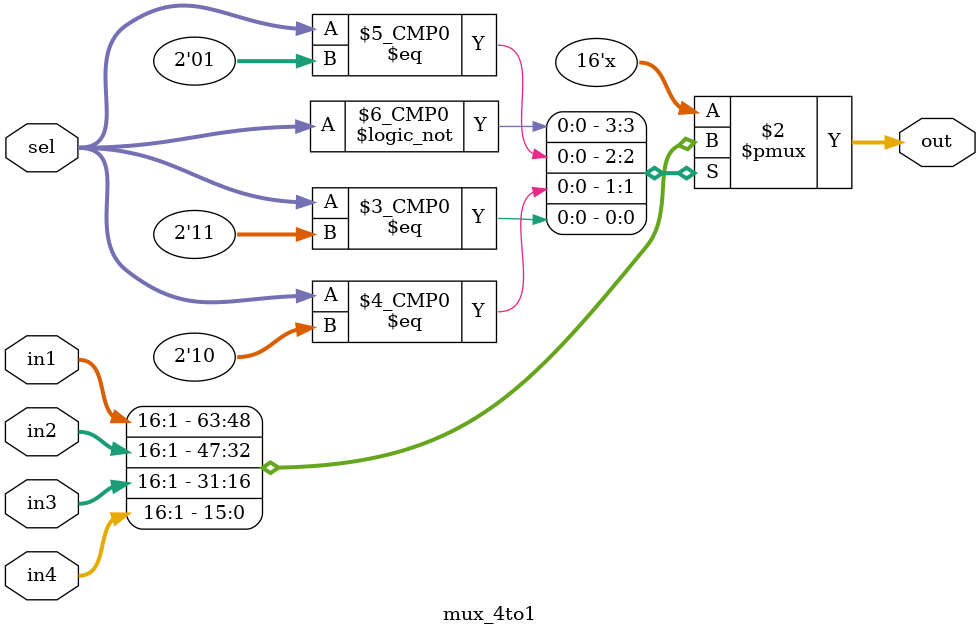
<source format=v>

module mux_4to1(in1, in2, in3, in4, sel, out);
parameter size = 16;
input [size:1] in1, in2, in3, in4;
input [1:0] sel;
output reg [size:1] out;

always @ (*)
	case (sel)
		2'b00 : out = in1;
		2'b01 : out = in2;
		2'b10 : out = in3;
		2'b11 : out = in4;
	endcase
endmodule

</source>
